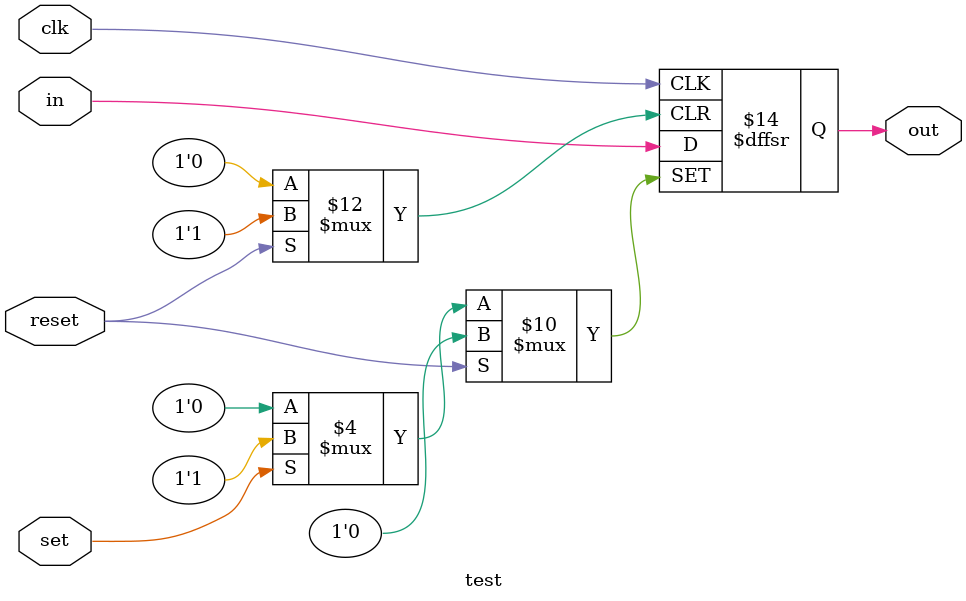
<source format=v>
module test(input  in,  input clk,  reset, set, output reg out);
always @(posedge clk, posedge reset, posedge set)
    if(reset) out <= 1'b0;
	else if(set) out <= 1'b1;
	else out <= in;
endmodule	

</source>
